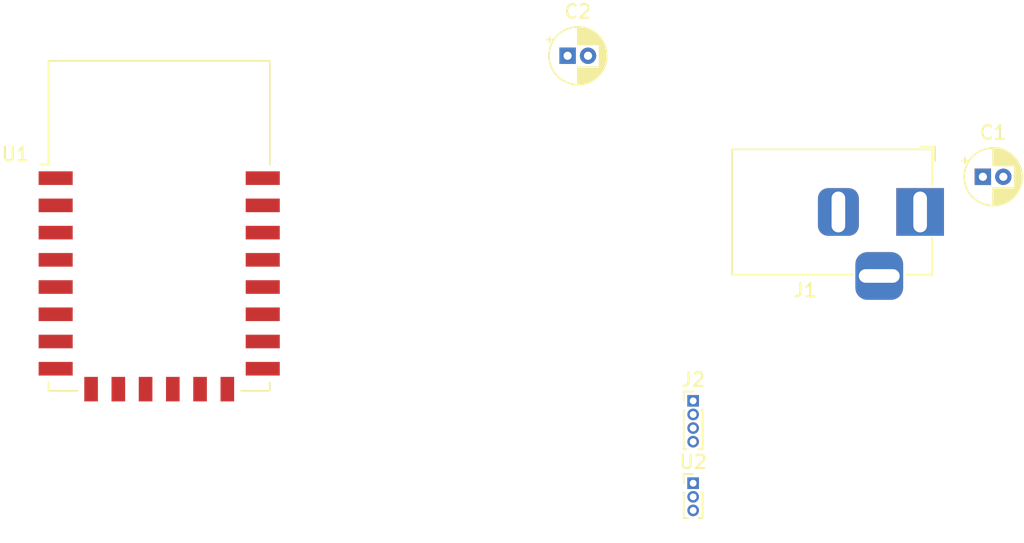
<source format=kicad_pcb>
(kicad_pcb (version 20171130) (host pcbnew 5.1.5+dfsg1-2build2)

  (general
    (thickness 1.6)
    (drawings 0)
    (tracks 0)
    (zones 0)
    (modules 6)
    (nets 24)
  )

  (page A4)
  (layers
    (0 F.Cu signal)
    (31 B.Cu signal)
    (32 B.Adhes user)
    (33 F.Adhes user)
    (34 B.Paste user)
    (35 F.Paste user)
    (36 B.SilkS user)
    (37 F.SilkS user)
    (38 B.Mask user)
    (39 F.Mask user)
    (40 Dwgs.User user)
    (41 Cmts.User user)
    (42 Eco1.User user)
    (43 Eco2.User user)
    (44 Edge.Cuts user)
    (45 Margin user)
    (46 B.CrtYd user)
    (47 F.CrtYd user)
    (48 B.Fab user)
    (49 F.Fab user)
  )

  (setup
    (last_trace_width 0.25)
    (trace_clearance 0.2)
    (zone_clearance 0.508)
    (zone_45_only no)
    (trace_min 0.2)
    (via_size 0.8)
    (via_drill 0.4)
    (via_min_size 0.4)
    (via_min_drill 0.3)
    (uvia_size 0.3)
    (uvia_drill 0.1)
    (uvias_allowed no)
    (uvia_min_size 0.2)
    (uvia_min_drill 0.1)
    (edge_width 0.05)
    (segment_width 0.2)
    (pcb_text_width 0.3)
    (pcb_text_size 1.5 1.5)
    (mod_edge_width 0.12)
    (mod_text_size 1 1)
    (mod_text_width 0.15)
    (pad_size 1.524 1.524)
    (pad_drill 0.762)
    (pad_to_mask_clearance 0.051)
    (solder_mask_min_width 0.25)
    (aux_axis_origin 0 0)
    (visible_elements FFFFFF7F)
    (pcbplotparams
      (layerselection 0x010fc_ffffffff)
      (usegerberextensions false)
      (usegerberattributes false)
      (usegerberadvancedattributes false)
      (creategerberjobfile false)
      (excludeedgelayer true)
      (linewidth 0.100000)
      (plotframeref false)
      (viasonmask false)
      (mode 1)
      (useauxorigin false)
      (hpglpennumber 1)
      (hpglpenspeed 20)
      (hpglpendiameter 15.000000)
      (psnegative false)
      (psa4output false)
      (plotreference true)
      (plotvalue true)
      (plotinvisibletext false)
      (padsonsilk false)
      (subtractmaskfromsilk false)
      (outputformat 1)
      (mirror false)
      (drillshape 1)
      (scaleselection 1)
      (outputdirectory ""))
  )

  (net 0 "")
  (net 1 GND)
  (net 2 "Net-(C1-Pad1)")
  (net 3 "Net-(C2-Pad1)")
  (net 4 "Net-(J2-Pad3)")
  (net 5 "Net-(J2-Pad2)")
  (net 6 "Net-(U1-Pad22)")
  (net 7 "Net-(U1-Pad21)")
  (net 8 "Net-(U1-Pad18)")
  (net 9 "Net-(U1-Pad17)")
  (net 10 "Net-(U1-Pad16)")
  (net 11 "Net-(U1-Pad14)")
  (net 12 "Net-(U1-Pad13)")
  (net 13 "Net-(U1-Pad12)")
  (net 14 "Net-(U1-Pad11)")
  (net 15 "Net-(U1-Pad10)")
  (net 16 "Net-(U1-Pad9)")
  (net 17 "Net-(U1-Pad7)")
  (net 18 "Net-(U1-Pad6)")
  (net 19 "Net-(U1-Pad5)")
  (net 20 "Net-(U1-Pad4)")
  (net 21 "Net-(U1-Pad3)")
  (net 22 "Net-(U1-Pad2)")
  (net 23 "Net-(U1-Pad1)")

  (net_class Default "This is the default net class."
    (clearance 0.2)
    (trace_width 0.25)
    (via_dia 0.8)
    (via_drill 0.4)
    (uvia_dia 0.3)
    (uvia_drill 0.1)
    (add_net GND)
    (add_net "Net-(C1-Pad1)")
    (add_net "Net-(C2-Pad1)")
    (add_net "Net-(J2-Pad2)")
    (add_net "Net-(J2-Pad3)")
    (add_net "Net-(U1-Pad1)")
    (add_net "Net-(U1-Pad10)")
    (add_net "Net-(U1-Pad11)")
    (add_net "Net-(U1-Pad12)")
    (add_net "Net-(U1-Pad13)")
    (add_net "Net-(U1-Pad14)")
    (add_net "Net-(U1-Pad16)")
    (add_net "Net-(U1-Pad17)")
    (add_net "Net-(U1-Pad18)")
    (add_net "Net-(U1-Pad2)")
    (add_net "Net-(U1-Pad21)")
    (add_net "Net-(U1-Pad22)")
    (add_net "Net-(U1-Pad3)")
    (add_net "Net-(U1-Pad4)")
    (add_net "Net-(U1-Pad5)")
    (add_net "Net-(U1-Pad6)")
    (add_net "Net-(U1-Pad7)")
    (add_net "Net-(U1-Pad9)")
  )

  (module Connector_PinHeader_1.00mm:PinHeader_1x03_P1.00mm_Vertical (layer F.Cu) (tedit 59FED738) (tstamp 622ED1E6)
    (at 134.945199 91.09)
    (descr "Through hole straight pin header, 1x03, 1.00mm pitch, single row")
    (tags "Through hole pin header THT 1x03 1.00mm single row")
    (path /622F3DF9)
    (fp_text reference U2 (at 0 -1.56) (layer F.SilkS)
      (effects (font (size 1 1) (thickness 0.15)))
    )
    (fp_text value L7805 (at 0 3.56) (layer F.Fab)
      (effects (font (size 1 1) (thickness 0.15)))
    )
    (fp_text user %R (at 0 1 90) (layer F.Fab)
      (effects (font (size 0.76 0.76) (thickness 0.114)))
    )
    (fp_line (start 1.15 -1) (end -1.15 -1) (layer F.CrtYd) (width 0.05))
    (fp_line (start 1.15 3) (end 1.15 -1) (layer F.CrtYd) (width 0.05))
    (fp_line (start -1.15 3) (end 1.15 3) (layer F.CrtYd) (width 0.05))
    (fp_line (start -1.15 -1) (end -1.15 3) (layer F.CrtYd) (width 0.05))
    (fp_line (start -0.695 -0.685) (end 0 -0.685) (layer F.SilkS) (width 0.12))
    (fp_line (start -0.695 0) (end -0.695 -0.685) (layer F.SilkS) (width 0.12))
    (fp_line (start 0.608276 0.685) (end 0.695 0.685) (layer F.SilkS) (width 0.12))
    (fp_line (start -0.695 0.685) (end -0.608276 0.685) (layer F.SilkS) (width 0.12))
    (fp_line (start 0.695 0.685) (end 0.695 2.56) (layer F.SilkS) (width 0.12))
    (fp_line (start -0.695 0.685) (end -0.695 2.56) (layer F.SilkS) (width 0.12))
    (fp_line (start 0.394493 2.56) (end 0.695 2.56) (layer F.SilkS) (width 0.12))
    (fp_line (start -0.695 2.56) (end -0.394493 2.56) (layer F.SilkS) (width 0.12))
    (fp_line (start -0.635 -0.1825) (end -0.3175 -0.5) (layer F.Fab) (width 0.1))
    (fp_line (start -0.635 2.5) (end -0.635 -0.1825) (layer F.Fab) (width 0.1))
    (fp_line (start 0.635 2.5) (end -0.635 2.5) (layer F.Fab) (width 0.1))
    (fp_line (start 0.635 -0.5) (end 0.635 2.5) (layer F.Fab) (width 0.1))
    (fp_line (start -0.3175 -0.5) (end 0.635 -0.5) (layer F.Fab) (width 0.1))
    (pad 3 thru_hole oval (at 0 2) (size 0.85 0.85) (drill 0.5) (layers *.Cu *.Mask)
      (net 3 "Net-(C2-Pad1)"))
    (pad 2 thru_hole oval (at 0 1) (size 0.85 0.85) (drill 0.5) (layers *.Cu *.Mask)
      (net 1 GND))
    (pad 1 thru_hole rect (at 0 0) (size 0.85 0.85) (drill 0.5) (layers *.Cu *.Mask)
      (net 2 "Net-(C1-Pad1)"))
    (model ${KISYS3DMOD}/Connector_PinHeader_1.00mm.3dshapes/PinHeader_1x03_P1.00mm_Vertical.wrl
      (at (xyz 0 0 0))
      (scale (xyz 1 1 1))
      (rotate (xyz 0 0 0))
    )
  )

  (module RF_Module:ESP-12E (layer F.Cu) (tedit 5A030172) (tstamp 622ED1CD)
    (at 95.755199 72.18)
    (descr "Wi-Fi Module, http://wiki.ai-thinker.com/_media/esp8266/docs/aithinker_esp_12f_datasheet_en.pdf")
    (tags "Wi-Fi Module")
    (path /622EC8CF)
    (attr smd)
    (fp_text reference U1 (at -10.56 -5.26) (layer F.SilkS)
      (effects (font (size 1 1) (thickness 0.15)))
    )
    (fp_text value ESP-12E (at -0.06 -12.78) (layer F.Fab)
      (effects (font (size 1 1) (thickness 0.15)))
    )
    (fp_line (start 5.56 -4.8) (end 8.12 -7.36) (layer Dwgs.User) (width 0.12))
    (fp_line (start 2.56 -4.8) (end 8.12 -10.36) (layer Dwgs.User) (width 0.12))
    (fp_line (start -0.44 -4.8) (end 6.88 -12.12) (layer Dwgs.User) (width 0.12))
    (fp_line (start -3.44 -4.8) (end 3.88 -12.12) (layer Dwgs.User) (width 0.12))
    (fp_line (start -6.44 -4.8) (end 0.88 -12.12) (layer Dwgs.User) (width 0.12))
    (fp_line (start -8.12 -6.12) (end -2.12 -12.12) (layer Dwgs.User) (width 0.12))
    (fp_line (start -8.12 -9.12) (end -5.12 -12.12) (layer Dwgs.User) (width 0.12))
    (fp_line (start -8.12 -4.8) (end -8.12 -12.12) (layer Dwgs.User) (width 0.12))
    (fp_line (start 8.12 -4.8) (end -8.12 -4.8) (layer Dwgs.User) (width 0.12))
    (fp_line (start 8.12 -12.12) (end 8.12 -4.8) (layer Dwgs.User) (width 0.12))
    (fp_line (start -8.12 -12.12) (end 8.12 -12.12) (layer Dwgs.User) (width 0.12))
    (fp_line (start -8.12 -4.5) (end -8.73 -4.5) (layer F.SilkS) (width 0.12))
    (fp_line (start -8.12 -4.5) (end -8.12 -12.12) (layer F.SilkS) (width 0.12))
    (fp_line (start -8.12 12.12) (end -8.12 11.5) (layer F.SilkS) (width 0.12))
    (fp_line (start -6 12.12) (end -8.12 12.12) (layer F.SilkS) (width 0.12))
    (fp_line (start 8.12 12.12) (end 6 12.12) (layer F.SilkS) (width 0.12))
    (fp_line (start 8.12 11.5) (end 8.12 12.12) (layer F.SilkS) (width 0.12))
    (fp_line (start 8.12 -12.12) (end 8.12 -4.5) (layer F.SilkS) (width 0.12))
    (fp_line (start -8.12 -12.12) (end 8.12 -12.12) (layer F.SilkS) (width 0.12))
    (fp_line (start -9.05 13.1) (end -9.05 -12.2) (layer F.CrtYd) (width 0.05))
    (fp_line (start 9.05 13.1) (end -9.05 13.1) (layer F.CrtYd) (width 0.05))
    (fp_line (start 9.05 -12.2) (end 9.05 13.1) (layer F.CrtYd) (width 0.05))
    (fp_line (start -9.05 -12.2) (end 9.05 -12.2) (layer F.CrtYd) (width 0.05))
    (fp_line (start -8 -4) (end -8 -12) (layer F.Fab) (width 0.12))
    (fp_line (start -7.5 -3.5) (end -8 -4) (layer F.Fab) (width 0.12))
    (fp_line (start -8 -3) (end -7.5 -3.5) (layer F.Fab) (width 0.12))
    (fp_line (start -8 12) (end -8 -3) (layer F.Fab) (width 0.12))
    (fp_line (start 8 12) (end -8 12) (layer F.Fab) (width 0.12))
    (fp_line (start 8 -12) (end 8 12) (layer F.Fab) (width 0.12))
    (fp_line (start -8 -12) (end 8 -12) (layer F.Fab) (width 0.12))
    (fp_text user %R (at 0.49 -0.8) (layer F.Fab)
      (effects (font (size 1 1) (thickness 0.15)))
    )
    (fp_text user "KEEP-OUT ZONE" (at 0.03 -9.55 180) (layer Cmts.User)
      (effects (font (size 1 1) (thickness 0.15)))
    )
    (fp_text user Antenna (at -0.06 -7 180) (layer Cmts.User)
      (effects (font (size 1 1) (thickness 0.15)))
    )
    (pad 22 smd rect (at 7.6 -3.5) (size 2.5 1) (layers F.Cu F.Paste F.Mask)
      (net 6 "Net-(U1-Pad22)"))
    (pad 21 smd rect (at 7.6 -1.5) (size 2.5 1) (layers F.Cu F.Paste F.Mask)
      (net 7 "Net-(U1-Pad21)"))
    (pad 20 smd rect (at 7.6 0.5) (size 2.5 1) (layers F.Cu F.Paste F.Mask)
      (net 4 "Net-(J2-Pad3)"))
    (pad 19 smd rect (at 7.6 2.5) (size 2.5 1) (layers F.Cu F.Paste F.Mask)
      (net 5 "Net-(J2-Pad2)"))
    (pad 18 smd rect (at 7.6 4.5) (size 2.5 1) (layers F.Cu F.Paste F.Mask)
      (net 8 "Net-(U1-Pad18)"))
    (pad 17 smd rect (at 7.6 6.5) (size 2.5 1) (layers F.Cu F.Paste F.Mask)
      (net 9 "Net-(U1-Pad17)"))
    (pad 16 smd rect (at 7.6 8.5) (size 2.5 1) (layers F.Cu F.Paste F.Mask)
      (net 10 "Net-(U1-Pad16)"))
    (pad 15 smd rect (at 7.6 10.5) (size 2.5 1) (layers F.Cu F.Paste F.Mask)
      (net 1 GND))
    (pad 14 smd rect (at 5 12) (size 1 1.8) (layers F.Cu F.Paste F.Mask)
      (net 11 "Net-(U1-Pad14)"))
    (pad 13 smd rect (at 3 12) (size 1 1.8) (layers F.Cu F.Paste F.Mask)
      (net 12 "Net-(U1-Pad13)"))
    (pad 12 smd rect (at 1 12) (size 1 1.8) (layers F.Cu F.Paste F.Mask)
      (net 13 "Net-(U1-Pad12)"))
    (pad 11 smd rect (at -1 12) (size 1 1.8) (layers F.Cu F.Paste F.Mask)
      (net 14 "Net-(U1-Pad11)"))
    (pad 10 smd rect (at -3 12) (size 1 1.8) (layers F.Cu F.Paste F.Mask)
      (net 15 "Net-(U1-Pad10)"))
    (pad 9 smd rect (at -5 12) (size 1 1.8) (layers F.Cu F.Paste F.Mask)
      (net 16 "Net-(U1-Pad9)"))
    (pad 8 smd rect (at -7.6 10.5) (size 2.5 1) (layers F.Cu F.Paste F.Mask)
      (net 3 "Net-(C2-Pad1)"))
    (pad 7 smd rect (at -7.6 8.5) (size 2.5 1) (layers F.Cu F.Paste F.Mask)
      (net 17 "Net-(U1-Pad7)"))
    (pad 6 smd rect (at -7.6 6.5) (size 2.5 1) (layers F.Cu F.Paste F.Mask)
      (net 18 "Net-(U1-Pad6)"))
    (pad 5 smd rect (at -7.6 4.5) (size 2.5 1) (layers F.Cu F.Paste F.Mask)
      (net 19 "Net-(U1-Pad5)"))
    (pad 4 smd rect (at -7.6 2.5) (size 2.5 1) (layers F.Cu F.Paste F.Mask)
      (net 20 "Net-(U1-Pad4)"))
    (pad 3 smd rect (at -7.6 0.5) (size 2.5 1) (layers F.Cu F.Paste F.Mask)
      (net 21 "Net-(U1-Pad3)"))
    (pad 2 smd rect (at -7.6 -1.5) (size 2.5 1) (layers F.Cu F.Paste F.Mask)
      (net 22 "Net-(U1-Pad2)"))
    (pad 1 smd rect (at -7.6 -3.5) (size 2.5 1) (layers F.Cu F.Paste F.Mask)
      (net 23 "Net-(U1-Pad1)"))
    (model ${KISYS3DMOD}/RF_Module.3dshapes/ESP-12E.wrl
      (at (xyz 0 0 0))
      (scale (xyz 1 1 1))
      (rotate (xyz 0 0 0))
    )
  )

  (module Connector_PinHeader_1.00mm:PinHeader_1x04_P1.00mm_Vertical (layer F.Cu) (tedit 59FED738) (tstamp 622ED192)
    (at 134.945199 85.04)
    (descr "Through hole straight pin header, 1x04, 1.00mm pitch, single row")
    (tags "Through hole pin header THT 1x04 1.00mm single row")
    (path /622F36B3)
    (fp_text reference J2 (at 0 -1.56) (layer F.SilkS)
      (effects (font (size 1 1) (thickness 0.15)))
    )
    (fp_text value Conn_01x04 (at 0 4.56) (layer F.Fab)
      (effects (font (size 1 1) (thickness 0.15)))
    )
    (fp_text user %R (at 0 1.5 90) (layer F.Fab)
      (effects (font (size 0.76 0.76) (thickness 0.114)))
    )
    (fp_line (start 1.15 -1) (end -1.15 -1) (layer F.CrtYd) (width 0.05))
    (fp_line (start 1.15 4) (end 1.15 -1) (layer F.CrtYd) (width 0.05))
    (fp_line (start -1.15 4) (end 1.15 4) (layer F.CrtYd) (width 0.05))
    (fp_line (start -1.15 -1) (end -1.15 4) (layer F.CrtYd) (width 0.05))
    (fp_line (start -0.695 -0.685) (end 0 -0.685) (layer F.SilkS) (width 0.12))
    (fp_line (start -0.695 0) (end -0.695 -0.685) (layer F.SilkS) (width 0.12))
    (fp_line (start 0.608276 0.685) (end 0.695 0.685) (layer F.SilkS) (width 0.12))
    (fp_line (start -0.695 0.685) (end -0.608276 0.685) (layer F.SilkS) (width 0.12))
    (fp_line (start 0.695 0.685) (end 0.695 3.56) (layer F.SilkS) (width 0.12))
    (fp_line (start -0.695 0.685) (end -0.695 3.56) (layer F.SilkS) (width 0.12))
    (fp_line (start 0.394493 3.56) (end 0.695 3.56) (layer F.SilkS) (width 0.12))
    (fp_line (start -0.695 3.56) (end -0.394493 3.56) (layer F.SilkS) (width 0.12))
    (fp_line (start -0.635 -0.1825) (end -0.3175 -0.5) (layer F.Fab) (width 0.1))
    (fp_line (start -0.635 3.5) (end -0.635 -0.1825) (layer F.Fab) (width 0.1))
    (fp_line (start 0.635 3.5) (end -0.635 3.5) (layer F.Fab) (width 0.1))
    (fp_line (start 0.635 -0.5) (end 0.635 3.5) (layer F.Fab) (width 0.1))
    (fp_line (start -0.3175 -0.5) (end 0.635 -0.5) (layer F.Fab) (width 0.1))
    (pad 4 thru_hole oval (at 0 3) (size 0.85 0.85) (drill 0.5) (layers *.Cu *.Mask)
      (net 1 GND))
    (pad 3 thru_hole oval (at 0 2) (size 0.85 0.85) (drill 0.5) (layers *.Cu *.Mask)
      (net 4 "Net-(J2-Pad3)"))
    (pad 2 thru_hole oval (at 0 1) (size 0.85 0.85) (drill 0.5) (layers *.Cu *.Mask)
      (net 5 "Net-(J2-Pad2)"))
    (pad 1 thru_hole rect (at 0 0) (size 0.85 0.85) (drill 0.5) (layers *.Cu *.Mask)
      (net 3 "Net-(C2-Pad1)"))
    (model ${KISYS3DMOD}/Connector_PinHeader_1.00mm.3dshapes/PinHeader_1x04_P1.00mm_Vertical.wrl
      (at (xyz 0 0 0))
      (scale (xyz 1 1 1))
      (rotate (xyz 0 0 0))
    )
  )

  (module Connector_BarrelJack:BarrelJack_Horizontal (layer F.Cu) (tedit 5A1DBF6A) (tstamp 622ED178)
    (at 151.605199 71.165)
    (descr "DC Barrel Jack")
    (tags "Power Jack")
    (path /622F19B1)
    (fp_text reference J1 (at -8.45 5.75) (layer F.SilkS)
      (effects (font (size 1 1) (thickness 0.15)))
    )
    (fp_text value Jack-DC (at -6.2 -5.5) (layer F.Fab)
      (effects (font (size 1 1) (thickness 0.15)))
    )
    (fp_line (start 0 -4.5) (end -13.7 -4.5) (layer F.Fab) (width 0.1))
    (fp_line (start 0.8 4.5) (end 0.8 -3.75) (layer F.Fab) (width 0.1))
    (fp_line (start -13.7 4.5) (end 0.8 4.5) (layer F.Fab) (width 0.1))
    (fp_line (start -13.7 -4.5) (end -13.7 4.5) (layer F.Fab) (width 0.1))
    (fp_line (start -10.2 -4.5) (end -10.2 4.5) (layer F.Fab) (width 0.1))
    (fp_line (start 0.9 -4.6) (end 0.9 -2) (layer F.SilkS) (width 0.12))
    (fp_line (start -13.8 -4.6) (end 0.9 -4.6) (layer F.SilkS) (width 0.12))
    (fp_line (start 0.9 4.6) (end -1 4.6) (layer F.SilkS) (width 0.12))
    (fp_line (start 0.9 1.9) (end 0.9 4.6) (layer F.SilkS) (width 0.12))
    (fp_line (start -13.8 4.6) (end -13.8 -4.6) (layer F.SilkS) (width 0.12))
    (fp_line (start -5 4.6) (end -13.8 4.6) (layer F.SilkS) (width 0.12))
    (fp_line (start -14 4.75) (end -14 -4.75) (layer F.CrtYd) (width 0.05))
    (fp_line (start -5 4.75) (end -14 4.75) (layer F.CrtYd) (width 0.05))
    (fp_line (start -5 6.75) (end -5 4.75) (layer F.CrtYd) (width 0.05))
    (fp_line (start -1 6.75) (end -5 6.75) (layer F.CrtYd) (width 0.05))
    (fp_line (start -1 4.75) (end -1 6.75) (layer F.CrtYd) (width 0.05))
    (fp_line (start 1 4.75) (end -1 4.75) (layer F.CrtYd) (width 0.05))
    (fp_line (start 1 2) (end 1 4.75) (layer F.CrtYd) (width 0.05))
    (fp_line (start 2 2) (end 1 2) (layer F.CrtYd) (width 0.05))
    (fp_line (start 2 -2) (end 2 2) (layer F.CrtYd) (width 0.05))
    (fp_line (start 1 -2) (end 2 -2) (layer F.CrtYd) (width 0.05))
    (fp_line (start 1 -4.5) (end 1 -2) (layer F.CrtYd) (width 0.05))
    (fp_line (start 1 -4.75) (end -14 -4.75) (layer F.CrtYd) (width 0.05))
    (fp_line (start 1 -4.5) (end 1 -4.75) (layer F.CrtYd) (width 0.05))
    (fp_line (start 0.05 -4.8) (end 1.1 -4.8) (layer F.SilkS) (width 0.12))
    (fp_line (start 1.1 -3.75) (end 1.1 -4.8) (layer F.SilkS) (width 0.12))
    (fp_line (start -0.003213 -4.505425) (end 0.8 -3.75) (layer F.Fab) (width 0.1))
    (fp_text user %R (at -3 -2.95) (layer F.Fab)
      (effects (font (size 1 1) (thickness 0.15)))
    )
    (pad 3 thru_hole roundrect (at -3 4.7) (size 3.5 3.5) (drill oval 3 1) (layers *.Cu *.Mask) (roundrect_rratio 0.25))
    (pad 2 thru_hole roundrect (at -6 0) (size 3 3.5) (drill oval 1 3) (layers *.Cu *.Mask) (roundrect_rratio 0.25)
      (net 1 GND))
    (pad 1 thru_hole rect (at 0 0) (size 3.5 3.5) (drill oval 1 3) (layers *.Cu *.Mask)
      (net 2 "Net-(C1-Pad1)"))
    (model ${KISYS3DMOD}/Connector_BarrelJack.3dshapes/BarrelJack_Horizontal.wrl
      (at (xyz 0 0 0))
      (scale (xyz 1 1 1))
      (rotate (xyz 0 0 0))
    )
  )

  (module Capacitor_THT:CP_Radial_D4.0mm_P1.50mm (layer F.Cu) (tedit 5AE50EF0) (tstamp 622ED155)
    (at 125.73 59.69)
    (descr "CP, Radial series, Radial, pin pitch=1.50mm, , diameter=4mm, Electrolytic Capacitor")
    (tags "CP Radial series Radial pin pitch 1.50mm  diameter 4mm Electrolytic Capacitor")
    (path /622F50CD)
    (fp_text reference C2 (at 0.75 -3.25) (layer F.SilkS)
      (effects (font (size 1 1) (thickness 0.15)))
    )
    (fp_text value CP (at 0.75 3.25) (layer F.Fab)
      (effects (font (size 1 1) (thickness 0.15)))
    )
    (fp_text user %R (at 0.75 0) (layer F.Fab)
      (effects (font (size 0.8 0.8) (thickness 0.12)))
    )
    (fp_line (start -1.319801 -1.395) (end -1.319801 -0.995) (layer F.SilkS) (width 0.12))
    (fp_line (start -1.519801 -1.195) (end -1.119801 -1.195) (layer F.SilkS) (width 0.12))
    (fp_line (start 2.831 -0.37) (end 2.831 0.37) (layer F.SilkS) (width 0.12))
    (fp_line (start 2.791 -0.537) (end 2.791 0.537) (layer F.SilkS) (width 0.12))
    (fp_line (start 2.751 -0.664) (end 2.751 0.664) (layer F.SilkS) (width 0.12))
    (fp_line (start 2.711 -0.768) (end 2.711 0.768) (layer F.SilkS) (width 0.12))
    (fp_line (start 2.671 -0.859) (end 2.671 0.859) (layer F.SilkS) (width 0.12))
    (fp_line (start 2.631 -0.94) (end 2.631 0.94) (layer F.SilkS) (width 0.12))
    (fp_line (start 2.591 -1.013) (end 2.591 1.013) (layer F.SilkS) (width 0.12))
    (fp_line (start 2.551 -1.08) (end 2.551 1.08) (layer F.SilkS) (width 0.12))
    (fp_line (start 2.511 -1.142) (end 2.511 1.142) (layer F.SilkS) (width 0.12))
    (fp_line (start 2.471 -1.2) (end 2.471 1.2) (layer F.SilkS) (width 0.12))
    (fp_line (start 2.431 -1.254) (end 2.431 1.254) (layer F.SilkS) (width 0.12))
    (fp_line (start 2.391 -1.304) (end 2.391 1.304) (layer F.SilkS) (width 0.12))
    (fp_line (start 2.351 -1.351) (end 2.351 1.351) (layer F.SilkS) (width 0.12))
    (fp_line (start 2.311 0.84) (end 2.311 1.396) (layer F.SilkS) (width 0.12))
    (fp_line (start 2.311 -1.396) (end 2.311 -0.84) (layer F.SilkS) (width 0.12))
    (fp_line (start 2.271 0.84) (end 2.271 1.438) (layer F.SilkS) (width 0.12))
    (fp_line (start 2.271 -1.438) (end 2.271 -0.84) (layer F.SilkS) (width 0.12))
    (fp_line (start 2.231 0.84) (end 2.231 1.478) (layer F.SilkS) (width 0.12))
    (fp_line (start 2.231 -1.478) (end 2.231 -0.84) (layer F.SilkS) (width 0.12))
    (fp_line (start 2.191 0.84) (end 2.191 1.516) (layer F.SilkS) (width 0.12))
    (fp_line (start 2.191 -1.516) (end 2.191 -0.84) (layer F.SilkS) (width 0.12))
    (fp_line (start 2.151 0.84) (end 2.151 1.552) (layer F.SilkS) (width 0.12))
    (fp_line (start 2.151 -1.552) (end 2.151 -0.84) (layer F.SilkS) (width 0.12))
    (fp_line (start 2.111 0.84) (end 2.111 1.587) (layer F.SilkS) (width 0.12))
    (fp_line (start 2.111 -1.587) (end 2.111 -0.84) (layer F.SilkS) (width 0.12))
    (fp_line (start 2.071 0.84) (end 2.071 1.619) (layer F.SilkS) (width 0.12))
    (fp_line (start 2.071 -1.619) (end 2.071 -0.84) (layer F.SilkS) (width 0.12))
    (fp_line (start 2.031 0.84) (end 2.031 1.65) (layer F.SilkS) (width 0.12))
    (fp_line (start 2.031 -1.65) (end 2.031 -0.84) (layer F.SilkS) (width 0.12))
    (fp_line (start 1.991 0.84) (end 1.991 1.68) (layer F.SilkS) (width 0.12))
    (fp_line (start 1.991 -1.68) (end 1.991 -0.84) (layer F.SilkS) (width 0.12))
    (fp_line (start 1.951 0.84) (end 1.951 1.708) (layer F.SilkS) (width 0.12))
    (fp_line (start 1.951 -1.708) (end 1.951 -0.84) (layer F.SilkS) (width 0.12))
    (fp_line (start 1.911 0.84) (end 1.911 1.735) (layer F.SilkS) (width 0.12))
    (fp_line (start 1.911 -1.735) (end 1.911 -0.84) (layer F.SilkS) (width 0.12))
    (fp_line (start 1.871 0.84) (end 1.871 1.76) (layer F.SilkS) (width 0.12))
    (fp_line (start 1.871 -1.76) (end 1.871 -0.84) (layer F.SilkS) (width 0.12))
    (fp_line (start 1.831 0.84) (end 1.831 1.785) (layer F.SilkS) (width 0.12))
    (fp_line (start 1.831 -1.785) (end 1.831 -0.84) (layer F.SilkS) (width 0.12))
    (fp_line (start 1.791 0.84) (end 1.791 1.808) (layer F.SilkS) (width 0.12))
    (fp_line (start 1.791 -1.808) (end 1.791 -0.84) (layer F.SilkS) (width 0.12))
    (fp_line (start 1.751 0.84) (end 1.751 1.83) (layer F.SilkS) (width 0.12))
    (fp_line (start 1.751 -1.83) (end 1.751 -0.84) (layer F.SilkS) (width 0.12))
    (fp_line (start 1.711 0.84) (end 1.711 1.851) (layer F.SilkS) (width 0.12))
    (fp_line (start 1.711 -1.851) (end 1.711 -0.84) (layer F.SilkS) (width 0.12))
    (fp_line (start 1.671 0.84) (end 1.671 1.87) (layer F.SilkS) (width 0.12))
    (fp_line (start 1.671 -1.87) (end 1.671 -0.84) (layer F.SilkS) (width 0.12))
    (fp_line (start 1.631 0.84) (end 1.631 1.889) (layer F.SilkS) (width 0.12))
    (fp_line (start 1.631 -1.889) (end 1.631 -0.84) (layer F.SilkS) (width 0.12))
    (fp_line (start 1.591 0.84) (end 1.591 1.907) (layer F.SilkS) (width 0.12))
    (fp_line (start 1.591 -1.907) (end 1.591 -0.84) (layer F.SilkS) (width 0.12))
    (fp_line (start 1.551 0.84) (end 1.551 1.924) (layer F.SilkS) (width 0.12))
    (fp_line (start 1.551 -1.924) (end 1.551 -0.84) (layer F.SilkS) (width 0.12))
    (fp_line (start 1.511 0.84) (end 1.511 1.94) (layer F.SilkS) (width 0.12))
    (fp_line (start 1.511 -1.94) (end 1.511 -0.84) (layer F.SilkS) (width 0.12))
    (fp_line (start 1.471 0.84) (end 1.471 1.954) (layer F.SilkS) (width 0.12))
    (fp_line (start 1.471 -1.954) (end 1.471 -0.84) (layer F.SilkS) (width 0.12))
    (fp_line (start 1.43 0.84) (end 1.43 1.968) (layer F.SilkS) (width 0.12))
    (fp_line (start 1.43 -1.968) (end 1.43 -0.84) (layer F.SilkS) (width 0.12))
    (fp_line (start 1.39 0.84) (end 1.39 1.982) (layer F.SilkS) (width 0.12))
    (fp_line (start 1.39 -1.982) (end 1.39 -0.84) (layer F.SilkS) (width 0.12))
    (fp_line (start 1.35 0.84) (end 1.35 1.994) (layer F.SilkS) (width 0.12))
    (fp_line (start 1.35 -1.994) (end 1.35 -0.84) (layer F.SilkS) (width 0.12))
    (fp_line (start 1.31 0.84) (end 1.31 2.005) (layer F.SilkS) (width 0.12))
    (fp_line (start 1.31 -2.005) (end 1.31 -0.84) (layer F.SilkS) (width 0.12))
    (fp_line (start 1.27 0.84) (end 1.27 2.016) (layer F.SilkS) (width 0.12))
    (fp_line (start 1.27 -2.016) (end 1.27 -0.84) (layer F.SilkS) (width 0.12))
    (fp_line (start 1.23 0.84) (end 1.23 2.025) (layer F.SilkS) (width 0.12))
    (fp_line (start 1.23 -2.025) (end 1.23 -0.84) (layer F.SilkS) (width 0.12))
    (fp_line (start 1.19 0.84) (end 1.19 2.034) (layer F.SilkS) (width 0.12))
    (fp_line (start 1.19 -2.034) (end 1.19 -0.84) (layer F.SilkS) (width 0.12))
    (fp_line (start 1.15 0.84) (end 1.15 2.042) (layer F.SilkS) (width 0.12))
    (fp_line (start 1.15 -2.042) (end 1.15 -0.84) (layer F.SilkS) (width 0.12))
    (fp_line (start 1.11 0.84) (end 1.11 2.05) (layer F.SilkS) (width 0.12))
    (fp_line (start 1.11 -2.05) (end 1.11 -0.84) (layer F.SilkS) (width 0.12))
    (fp_line (start 1.07 0.84) (end 1.07 2.056) (layer F.SilkS) (width 0.12))
    (fp_line (start 1.07 -2.056) (end 1.07 -0.84) (layer F.SilkS) (width 0.12))
    (fp_line (start 1.03 0.84) (end 1.03 2.062) (layer F.SilkS) (width 0.12))
    (fp_line (start 1.03 -2.062) (end 1.03 -0.84) (layer F.SilkS) (width 0.12))
    (fp_line (start 0.99 0.84) (end 0.99 2.067) (layer F.SilkS) (width 0.12))
    (fp_line (start 0.99 -2.067) (end 0.99 -0.84) (layer F.SilkS) (width 0.12))
    (fp_line (start 0.95 0.84) (end 0.95 2.071) (layer F.SilkS) (width 0.12))
    (fp_line (start 0.95 -2.071) (end 0.95 -0.84) (layer F.SilkS) (width 0.12))
    (fp_line (start 0.91 0.84) (end 0.91 2.074) (layer F.SilkS) (width 0.12))
    (fp_line (start 0.91 -2.074) (end 0.91 -0.84) (layer F.SilkS) (width 0.12))
    (fp_line (start 0.87 0.84) (end 0.87 2.077) (layer F.SilkS) (width 0.12))
    (fp_line (start 0.87 -2.077) (end 0.87 -0.84) (layer F.SilkS) (width 0.12))
    (fp_line (start 0.83 -2.079) (end 0.83 -0.84) (layer F.SilkS) (width 0.12))
    (fp_line (start 0.83 0.84) (end 0.83 2.079) (layer F.SilkS) (width 0.12))
    (fp_line (start 0.79 -2.08) (end 0.79 -0.84) (layer F.SilkS) (width 0.12))
    (fp_line (start 0.79 0.84) (end 0.79 2.08) (layer F.SilkS) (width 0.12))
    (fp_line (start 0.75 -2.08) (end 0.75 -0.84) (layer F.SilkS) (width 0.12))
    (fp_line (start 0.75 0.84) (end 0.75 2.08) (layer F.SilkS) (width 0.12))
    (fp_line (start -0.752554 -1.0675) (end -0.752554 -0.6675) (layer F.Fab) (width 0.1))
    (fp_line (start -0.952554 -0.8675) (end -0.552554 -0.8675) (layer F.Fab) (width 0.1))
    (fp_circle (center 0.75 0) (end 3 0) (layer F.CrtYd) (width 0.05))
    (fp_circle (center 0.75 0) (end 2.87 0) (layer F.SilkS) (width 0.12))
    (fp_circle (center 0.75 0) (end 2.75 0) (layer F.Fab) (width 0.1))
    (pad 2 thru_hole circle (at 1.5 0) (size 1.2 1.2) (drill 0.6) (layers *.Cu *.Mask)
      (net 1 GND))
    (pad 1 thru_hole rect (at 0 0) (size 1.2 1.2) (drill 0.6) (layers *.Cu *.Mask)
      (net 3 "Net-(C2-Pad1)"))
    (model ${KISYS3DMOD}/Capacitor_THT.3dshapes/CP_Radial_D4.0mm_P1.50mm.wrl
      (at (xyz 0 0 0))
      (scale (xyz 1 1 1))
      (rotate (xyz 0 0 0))
    )
  )

  (module Capacitor_THT:CP_Radial_D4.0mm_P1.50mm (layer F.Cu) (tedit 5AE50EF0) (tstamp 622ED0EA)
    (at 156.21 68.58)
    (descr "CP, Radial series, Radial, pin pitch=1.50mm, , diameter=4mm, Electrolytic Capacitor")
    (tags "CP Radial series Radial pin pitch 1.50mm  diameter 4mm Electrolytic Capacitor")
    (path /622F4889)
    (fp_text reference C1 (at 0.75 -3.25) (layer F.SilkS)
      (effects (font (size 1 1) (thickness 0.15)))
    )
    (fp_text value CP (at 0.75 3.25) (layer F.Fab)
      (effects (font (size 1 1) (thickness 0.15)))
    )
    (fp_text user %R (at 0.75 0) (layer F.Fab)
      (effects (font (size 0.8 0.8) (thickness 0.12)))
    )
    (fp_line (start -1.319801 -1.395) (end -1.319801 -0.995) (layer F.SilkS) (width 0.12))
    (fp_line (start -1.519801 -1.195) (end -1.119801 -1.195) (layer F.SilkS) (width 0.12))
    (fp_line (start 2.831 -0.37) (end 2.831 0.37) (layer F.SilkS) (width 0.12))
    (fp_line (start 2.791 -0.537) (end 2.791 0.537) (layer F.SilkS) (width 0.12))
    (fp_line (start 2.751 -0.664) (end 2.751 0.664) (layer F.SilkS) (width 0.12))
    (fp_line (start 2.711 -0.768) (end 2.711 0.768) (layer F.SilkS) (width 0.12))
    (fp_line (start 2.671 -0.859) (end 2.671 0.859) (layer F.SilkS) (width 0.12))
    (fp_line (start 2.631 -0.94) (end 2.631 0.94) (layer F.SilkS) (width 0.12))
    (fp_line (start 2.591 -1.013) (end 2.591 1.013) (layer F.SilkS) (width 0.12))
    (fp_line (start 2.551 -1.08) (end 2.551 1.08) (layer F.SilkS) (width 0.12))
    (fp_line (start 2.511 -1.142) (end 2.511 1.142) (layer F.SilkS) (width 0.12))
    (fp_line (start 2.471 -1.2) (end 2.471 1.2) (layer F.SilkS) (width 0.12))
    (fp_line (start 2.431 -1.254) (end 2.431 1.254) (layer F.SilkS) (width 0.12))
    (fp_line (start 2.391 -1.304) (end 2.391 1.304) (layer F.SilkS) (width 0.12))
    (fp_line (start 2.351 -1.351) (end 2.351 1.351) (layer F.SilkS) (width 0.12))
    (fp_line (start 2.311 0.84) (end 2.311 1.396) (layer F.SilkS) (width 0.12))
    (fp_line (start 2.311 -1.396) (end 2.311 -0.84) (layer F.SilkS) (width 0.12))
    (fp_line (start 2.271 0.84) (end 2.271 1.438) (layer F.SilkS) (width 0.12))
    (fp_line (start 2.271 -1.438) (end 2.271 -0.84) (layer F.SilkS) (width 0.12))
    (fp_line (start 2.231 0.84) (end 2.231 1.478) (layer F.SilkS) (width 0.12))
    (fp_line (start 2.231 -1.478) (end 2.231 -0.84) (layer F.SilkS) (width 0.12))
    (fp_line (start 2.191 0.84) (end 2.191 1.516) (layer F.SilkS) (width 0.12))
    (fp_line (start 2.191 -1.516) (end 2.191 -0.84) (layer F.SilkS) (width 0.12))
    (fp_line (start 2.151 0.84) (end 2.151 1.552) (layer F.SilkS) (width 0.12))
    (fp_line (start 2.151 -1.552) (end 2.151 -0.84) (layer F.SilkS) (width 0.12))
    (fp_line (start 2.111 0.84) (end 2.111 1.587) (layer F.SilkS) (width 0.12))
    (fp_line (start 2.111 -1.587) (end 2.111 -0.84) (layer F.SilkS) (width 0.12))
    (fp_line (start 2.071 0.84) (end 2.071 1.619) (layer F.SilkS) (width 0.12))
    (fp_line (start 2.071 -1.619) (end 2.071 -0.84) (layer F.SilkS) (width 0.12))
    (fp_line (start 2.031 0.84) (end 2.031 1.65) (layer F.SilkS) (width 0.12))
    (fp_line (start 2.031 -1.65) (end 2.031 -0.84) (layer F.SilkS) (width 0.12))
    (fp_line (start 1.991 0.84) (end 1.991 1.68) (layer F.SilkS) (width 0.12))
    (fp_line (start 1.991 -1.68) (end 1.991 -0.84) (layer F.SilkS) (width 0.12))
    (fp_line (start 1.951 0.84) (end 1.951 1.708) (layer F.SilkS) (width 0.12))
    (fp_line (start 1.951 -1.708) (end 1.951 -0.84) (layer F.SilkS) (width 0.12))
    (fp_line (start 1.911 0.84) (end 1.911 1.735) (layer F.SilkS) (width 0.12))
    (fp_line (start 1.911 -1.735) (end 1.911 -0.84) (layer F.SilkS) (width 0.12))
    (fp_line (start 1.871 0.84) (end 1.871 1.76) (layer F.SilkS) (width 0.12))
    (fp_line (start 1.871 -1.76) (end 1.871 -0.84) (layer F.SilkS) (width 0.12))
    (fp_line (start 1.831 0.84) (end 1.831 1.785) (layer F.SilkS) (width 0.12))
    (fp_line (start 1.831 -1.785) (end 1.831 -0.84) (layer F.SilkS) (width 0.12))
    (fp_line (start 1.791 0.84) (end 1.791 1.808) (layer F.SilkS) (width 0.12))
    (fp_line (start 1.791 -1.808) (end 1.791 -0.84) (layer F.SilkS) (width 0.12))
    (fp_line (start 1.751 0.84) (end 1.751 1.83) (layer F.SilkS) (width 0.12))
    (fp_line (start 1.751 -1.83) (end 1.751 -0.84) (layer F.SilkS) (width 0.12))
    (fp_line (start 1.711 0.84) (end 1.711 1.851) (layer F.SilkS) (width 0.12))
    (fp_line (start 1.711 -1.851) (end 1.711 -0.84) (layer F.SilkS) (width 0.12))
    (fp_line (start 1.671 0.84) (end 1.671 1.87) (layer F.SilkS) (width 0.12))
    (fp_line (start 1.671 -1.87) (end 1.671 -0.84) (layer F.SilkS) (width 0.12))
    (fp_line (start 1.631 0.84) (end 1.631 1.889) (layer F.SilkS) (width 0.12))
    (fp_line (start 1.631 -1.889) (end 1.631 -0.84) (layer F.SilkS) (width 0.12))
    (fp_line (start 1.591 0.84) (end 1.591 1.907) (layer F.SilkS) (width 0.12))
    (fp_line (start 1.591 -1.907) (end 1.591 -0.84) (layer F.SilkS) (width 0.12))
    (fp_line (start 1.551 0.84) (end 1.551 1.924) (layer F.SilkS) (width 0.12))
    (fp_line (start 1.551 -1.924) (end 1.551 -0.84) (layer F.SilkS) (width 0.12))
    (fp_line (start 1.511 0.84) (end 1.511 1.94) (layer F.SilkS) (width 0.12))
    (fp_line (start 1.511 -1.94) (end 1.511 -0.84) (layer F.SilkS) (width 0.12))
    (fp_line (start 1.471 0.84) (end 1.471 1.954) (layer F.SilkS) (width 0.12))
    (fp_line (start 1.471 -1.954) (end 1.471 -0.84) (layer F.SilkS) (width 0.12))
    (fp_line (start 1.43 0.84) (end 1.43 1.968) (layer F.SilkS) (width 0.12))
    (fp_line (start 1.43 -1.968) (end 1.43 -0.84) (layer F.SilkS) (width 0.12))
    (fp_line (start 1.39 0.84) (end 1.39 1.982) (layer F.SilkS) (width 0.12))
    (fp_line (start 1.39 -1.982) (end 1.39 -0.84) (layer F.SilkS) (width 0.12))
    (fp_line (start 1.35 0.84) (end 1.35 1.994) (layer F.SilkS) (width 0.12))
    (fp_line (start 1.35 -1.994) (end 1.35 -0.84) (layer F.SilkS) (width 0.12))
    (fp_line (start 1.31 0.84) (end 1.31 2.005) (layer F.SilkS) (width 0.12))
    (fp_line (start 1.31 -2.005) (end 1.31 -0.84) (layer F.SilkS) (width 0.12))
    (fp_line (start 1.27 0.84) (end 1.27 2.016) (layer F.SilkS) (width 0.12))
    (fp_line (start 1.27 -2.016) (end 1.27 -0.84) (layer F.SilkS) (width 0.12))
    (fp_line (start 1.23 0.84) (end 1.23 2.025) (layer F.SilkS) (width 0.12))
    (fp_line (start 1.23 -2.025) (end 1.23 -0.84) (layer F.SilkS) (width 0.12))
    (fp_line (start 1.19 0.84) (end 1.19 2.034) (layer F.SilkS) (width 0.12))
    (fp_line (start 1.19 -2.034) (end 1.19 -0.84) (layer F.SilkS) (width 0.12))
    (fp_line (start 1.15 0.84) (end 1.15 2.042) (layer F.SilkS) (width 0.12))
    (fp_line (start 1.15 -2.042) (end 1.15 -0.84) (layer F.SilkS) (width 0.12))
    (fp_line (start 1.11 0.84) (end 1.11 2.05) (layer F.SilkS) (width 0.12))
    (fp_line (start 1.11 -2.05) (end 1.11 -0.84) (layer F.SilkS) (width 0.12))
    (fp_line (start 1.07 0.84) (end 1.07 2.056) (layer F.SilkS) (width 0.12))
    (fp_line (start 1.07 -2.056) (end 1.07 -0.84) (layer F.SilkS) (width 0.12))
    (fp_line (start 1.03 0.84) (end 1.03 2.062) (layer F.SilkS) (width 0.12))
    (fp_line (start 1.03 -2.062) (end 1.03 -0.84) (layer F.SilkS) (width 0.12))
    (fp_line (start 0.99 0.84) (end 0.99 2.067) (layer F.SilkS) (width 0.12))
    (fp_line (start 0.99 -2.067) (end 0.99 -0.84) (layer F.SilkS) (width 0.12))
    (fp_line (start 0.95 0.84) (end 0.95 2.071) (layer F.SilkS) (width 0.12))
    (fp_line (start 0.95 -2.071) (end 0.95 -0.84) (layer F.SilkS) (width 0.12))
    (fp_line (start 0.91 0.84) (end 0.91 2.074) (layer F.SilkS) (width 0.12))
    (fp_line (start 0.91 -2.074) (end 0.91 -0.84) (layer F.SilkS) (width 0.12))
    (fp_line (start 0.87 0.84) (end 0.87 2.077) (layer F.SilkS) (width 0.12))
    (fp_line (start 0.87 -2.077) (end 0.87 -0.84) (layer F.SilkS) (width 0.12))
    (fp_line (start 0.83 -2.079) (end 0.83 -0.84) (layer F.SilkS) (width 0.12))
    (fp_line (start 0.83 0.84) (end 0.83 2.079) (layer F.SilkS) (width 0.12))
    (fp_line (start 0.79 -2.08) (end 0.79 -0.84) (layer F.SilkS) (width 0.12))
    (fp_line (start 0.79 0.84) (end 0.79 2.08) (layer F.SilkS) (width 0.12))
    (fp_line (start 0.75 -2.08) (end 0.75 -0.84) (layer F.SilkS) (width 0.12))
    (fp_line (start 0.75 0.84) (end 0.75 2.08) (layer F.SilkS) (width 0.12))
    (fp_line (start -0.752554 -1.0675) (end -0.752554 -0.6675) (layer F.Fab) (width 0.1))
    (fp_line (start -0.952554 -0.8675) (end -0.552554 -0.8675) (layer F.Fab) (width 0.1))
    (fp_circle (center 0.75 0) (end 3 0) (layer F.CrtYd) (width 0.05))
    (fp_circle (center 0.75 0) (end 2.87 0) (layer F.SilkS) (width 0.12))
    (fp_circle (center 0.75 0) (end 2.75 0) (layer F.Fab) (width 0.1))
    (pad 2 thru_hole circle (at 1.5 0) (size 1.2 1.2) (drill 0.6) (layers *.Cu *.Mask)
      (net 1 GND))
    (pad 1 thru_hole rect (at 0 0) (size 1.2 1.2) (drill 0.6) (layers *.Cu *.Mask)
      (net 2 "Net-(C1-Pad1)"))
    (model ${KISYS3DMOD}/Capacitor_THT.3dshapes/CP_Radial_D4.0mm_P1.50mm.wrl
      (at (xyz 0 0 0))
      (scale (xyz 1 1 1))
      (rotate (xyz 0 0 0))
    )
  )

)

</source>
